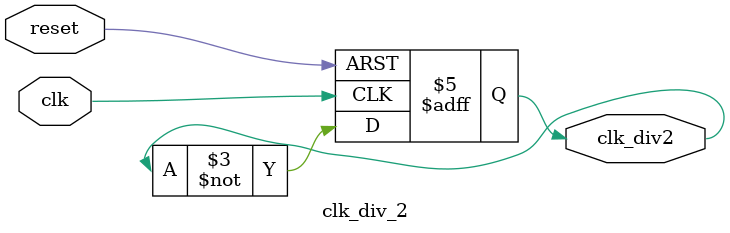
<source format=v>
`timescale 1ns / 1ps
module clk_div_2(
    input clk,
	 input reset,
	 output reg clk_div2);
	 
	 initial
	 begin
	     clk_div2 <= 0;
	 end
	 
    always @ (posedge clk or negedge reset)
	 begin
		  if (~reset)
		      clk_div2 <= 1'b0;
		  else 
		      clk_div2 <= ~clk_div2;
	 end

endmodule

</source>
